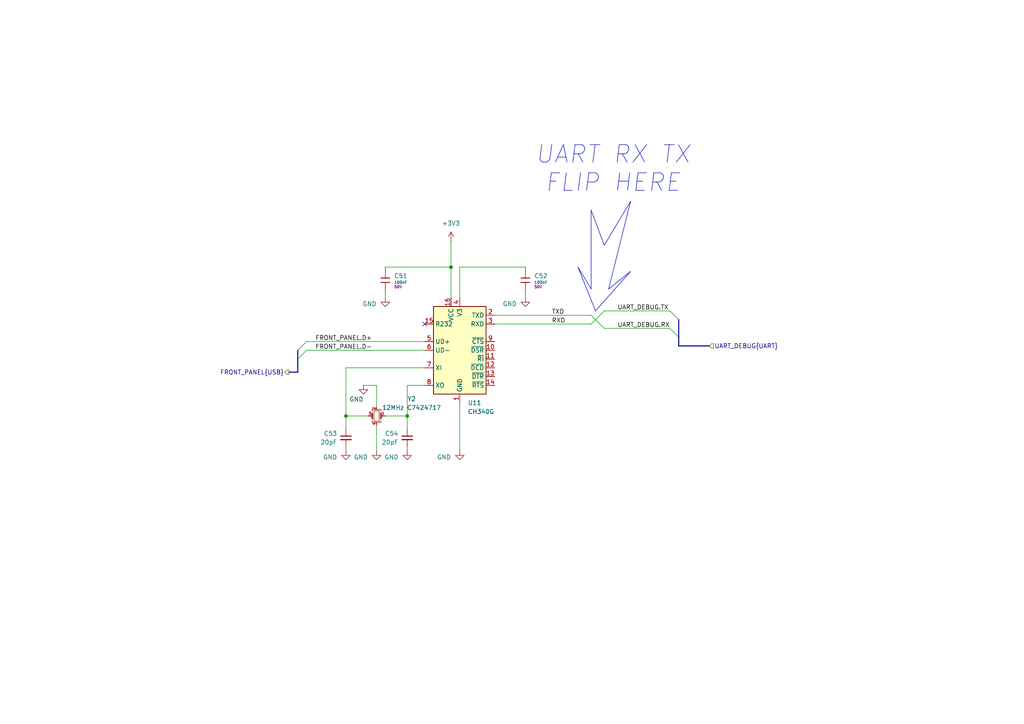
<source format=kicad_sch>
(kicad_sch (version 20231120) (generator "eeschema") (generator_version "8.0")
  (paper "A4")
  (title_block (date "2025-02-10") (rev "A") (company "ModuCard System"))
  (lib_symbols
    (symbol "Device:C_Small" (pin_numbers hide) (pin_names (offset 0.254) hide)
      (property "Reference" "C" (at 0.254 1.778 0))
      (property "Value" "C_Small" (at 0.254 -2.032 0))
      (symbol "C_Small_0_1"
        (polyline (pts (xy -1.524 -0.508) (xy 1.524 -0.508)) (stroke (width 0.3302)))
        (polyline (pts (xy -1.524 0.508) (xy 1.524 0.508)) (stroke (width 0.3048)))
      )
      (symbol "C_Small_1_1"
        (pin passive line (at 0 2.54 270) (length 2.032) (name "~") (number "1"))
        (pin passive line (at 0 -2.54 90) (length 2.032) (name "~") (number "2"))
      )
    )
    (symbol "Device:Crystal_GND24_Small" (pin_names (offset 1.016) hide)
      (property "Reference" "Y" (at 1.27 4.445 0))
      (property "Value" "Crystal_GND24_Small" (at 1.27 2.54 0))
      (symbol "Crystal_GND24_Small_0_1"
        (rectangle (start -0.762 -1.524) (end 0.762 1.524))
        (polyline (pts (xy -1.27 -0.762) (xy -1.27 0.762)) (stroke (width 0.381)))
        (polyline (pts (xy 1.27 -0.762) (xy 1.27 0.762)) (stroke (width 0.381)))
        (polyline (pts (xy -1.27 -1.27) (xy -1.27 -1.905) (xy 1.27 -1.905) (xy 1.27 -1.27)))
        (polyline (pts (xy -1.27 1.27) (xy -1.27 1.905) (xy 1.27 1.905) (xy 1.27 1.27)))
      )
      (symbol "Crystal_GND24_Small_1_1"
        (pin passive line (at -2.54 0 0) (length 1.27) (name "1") (number "1"))
        (pin passive line (at 0 -2.54 90) (length 0.635) (name "2") (number "2"))
        (pin passive line (at 2.54 0 180) (length 1.27) (name "3") (number "3"))
        (pin passive line (at 0 2.54 270) (length 0.635) (name "4") (number "4"))
      )
    )
    (symbol "Interface_USB:CH340G"
      (property "Reference" "U" (at -5.08 13.97 0))
      (property "Value" "CH340G" (at 1.27 13.97 0))
      (symbol "CH340G_0_1"
        (rectangle (start -7.62 12.7) (end 7.62 -12.7) (stroke (width 0.254)) (fill (type background)))
      )
      (symbol "CH340G_1_1"
        (pin power_in line (at 0 -15.24 90) (length 2.54) (name "GND") (number "1"))
        (pin input line (at 10.16 0 180) (length 2.54) (name "~{DSR}") (number "10"))
        (pin input line (at 10.16 -2.54 180) (length 2.54) (name "~{RI}") (number "11"))
        (pin input line (at 10.16 -5.08 180) (length 2.54) (name "~{DCD}") (number "12"))
        (pin output line (at 10.16 -7.62 180) (length 2.54) (name "~{DTR}") (number "13"))
        (pin output line (at 10.16 -10.16 180) (length 2.54) (name "~{RTS}") (number "14"))
        (pin input line (at -10.16 7.62 0) (length 2.54) (name "R232") (number "15"))
        (pin power_in line (at -2.54 15.24 270) (length 2.54) (name "VCC") (number "16"))
        (pin output line (at 10.16 10.16 180) (length 2.54) (name "TXD") (number "2"))
        (pin input line (at 10.16 7.62 180) (length 2.54) (name "RXD") (number "3"))
        (pin power_out line (at 0 15.24 270) (length 2.54) (name "V3") (number "4"))
        (pin bidirectional line (at -10.16 2.54 0) (length 2.54) (name "UD+") (number "5"))
        (pin bidirectional line (at -10.16 0 0) (length 2.54) (name "UD-") (number "6"))
        (pin input line (at -10.16 -5.08 0) (length 2.54) (name "XI") (number "7"))
        (pin output line (at -10.16 -10.16 0) (length 2.54) (name "XO") (number "8"))
        (pin input line (at 10.16 2.54 180) (length 2.54) (name "~{CTS}") (number "9"))
      )
    )
    (symbol "PCM_JLCPCB-Capacitors:0402,100nF,(2)" (pin_numbers hide) (pin_names (offset 0))
      (property "Reference" "C" (at 2.032 1.668 0))
      (property "Value" "100nF" (at 2.032 -0.3782 0))
      (property "Voltage Rated" "50V" (at 2.032 -2.0462 0))
      (symbol "0402,100nF,(2)_0_1"
        (polyline (pts (xy -1.27 -0.635) (xy 1.27 -0.635)) (stroke (width 0.254)))
        (polyline (pts (xy -1.27 0.635) (xy 1.27 0.635)) (stroke (width 0.254)))
      )
      (symbol "0402,100nF,(2)_1_1"
        (pin passive line (at 0 3.81 270) (length 3.175) (name "~") (number "1"))
        (pin passive line (at 0 -3.81 90) (length 3.175) (name "~") (number "2"))
      )
    )
    (symbol "power:+3V3" (power) (pin_numbers hide) (pin_names (offset 0) hide)
      (property "Value" "+3V3" (at 0 3.556 0))
      (symbol "+3V3_0_1"
        (polyline (pts (xy -0.762 1.27) (xy 0 2.54)))
        (polyline (pts (xy 0 0) (xy 0 2.54)))
        (polyline (pts (xy 0 2.54) (xy 0.762 1.27)))
      )
      (symbol "+3V3_1_1"
        (pin power_in line (at 0 0 90) (length 0) (name "~") (number "1"))
      )
    )
    (symbol "power:GND" (power) (pin_numbers hide) (pin_names (offset 0) hide)
      (property "Value" "GND" (at 0 -3.81 0))
      (symbol "GND_0_1"
        (polyline (pts (xy 0 0) (xy 0 -1.27) (xy 1.27 -1.27) (xy 0 -2.54) (xy -1.27 -1.27) (xy 0 -1.27)))
      )
      (symbol "GND_1_1"
        (pin power_in line (at 0 0 270) (length 0) (name "~") (number "1"))
      )
    )
  )
  (junction (at 130.81 77.47))
  (junction (at 100.33 120.65))
  (junction (at 118.11 120.65))
  (no_connect (at 123.19 93.98))
  (bus_entry (at 86.36 104.14) (size 2.54 -2.54))
  (bus_entry (at 196.85 92.71) (size -2.54 -2.54))
  (bus_entry (at 86.36 101.6) (size 2.54 -2.54))
  (bus_entry (at 196.85 97.79) (size -2.54 -2.54))
  (bus (pts (xy 196.85 100.33) (xy 196.85 97.79)))
  (wire (pts (xy 100.33 120.65) (xy 106.68 120.65)))
  (wire (pts (xy 133.35 116.84) (xy 133.35 130.81)))
  (wire (pts (xy 111.76 85.09) (xy 111.76 86.36)))
  (wire (pts (xy 111.76 120.65) (xy 118.11 120.65)))
  (wire (pts (xy 109.22 111.76) (xy 105.41 111.76)))
  (polyline (pts (xy 167.64 77.47) (xy 171.45 83.82)))
  (bus (pts (xy 86.36 101.6) (xy 86.36 104.14)))
  (wire (pts (xy 100.33 106.68) (xy 100.33 120.65)))
  (wire (pts (xy 143.51 93.98) (xy 171.45 93.98)))
  (wire (pts (xy 130.81 77.47) (xy 130.81 86.36)))
  (wire (pts (xy 175.26 90.17) (xy 194.31 90.17)))
  (bus (pts (xy 86.36 107.95) (xy 86.36 104.14)))
  (wire (pts (xy 118.11 120.65) (xy 118.11 124.46)))
  (wire (pts (xy 123.19 106.68) (xy 100.33 106.68)))
  (bus (pts (xy 196.85 92.71) (xy 196.85 97.79)))
  (polyline (pts (xy 182.88 78.74) (xy 172.72 90.17)))
  (wire (pts (xy 118.11 129.54) (xy 118.11 130.81)))
  (wire (pts (xy 118.11 111.76) (xy 123.19 111.76)))
  (wire (pts (xy 133.35 77.47) (xy 133.35 86.36)))
  (wire (pts (xy 143.51 91.44) (xy 171.45 91.44)))
  (polyline (pts (xy 181.61 63.5) (xy 182.88 58.42)))
  (bus (pts (xy 83.82 107.95) (xy 86.36 107.95)))
  (bus (pts (xy 205.74 100.33) (xy 196.85 100.33)))
  (wire (pts (xy 88.9 99.06) (xy 123.19 99.06)))
  (wire (pts (xy 175.26 95.25) (xy 194.31 95.25)))
  (wire (pts (xy 175.26 90.17) (xy 171.45 93.98)))
  (wire (pts (xy 100.33 120.65) (xy 100.33 124.46)))
  (polyline (pts (xy 176.53 83.82) (xy 182.88 78.74)))
  (wire (pts (xy 88.9 101.6) (xy 123.19 101.6)))
  (wire (pts (xy 152.4 85.09) (xy 152.4 86.36)))
  (polyline (pts (xy 175.26 71.12) (xy 182.88 58.42)))
  (wire (pts (xy 175.26 95.25) (xy 171.45 91.44)))
  (wire (pts (xy 109.22 123.19) (xy 109.22 130.81)))
  (wire (pts (xy 111.76 77.47) (xy 130.81 77.47)))
  (wire (pts (xy 152.4 77.47) (xy 133.35 77.47)))
  (wire (pts (xy 100.33 129.54) (xy 100.33 130.81)))
  (wire (pts (xy 130.81 69.85) (xy 130.81 77.47)))
  (wire (pts (xy 109.22 111.76) (xy 109.22 118.11)))
  (polyline (pts (xy 181.61 63.5) (xy 176.53 83.82)))
  (polyline (pts (xy 171.45 83.82) (xy 171.45 60.96)))
  (polyline (pts (xy 172.72 90.17) (xy 167.64 77.47)))
  (wire (pts (xy 118.11 120.65) (xy 118.11 111.76)))
  (polyline (pts (xy 171.45 60.96) (xy 175.26 71.12)))
  (text "UART RX TX\nFLIP HERE" (at 177.8 49.022 0) (effects (font (size 5.08 5.08) (italic yes))))
  (label "TXD" (at 160.02 91.44 0))
  (label "RXD" (at 160.02 93.98 0))
  (label "UART_DEBUG.RX" (at 179.07 95.25 0))
  (label "FRONT_PANEL.D-" (at 91.44 101.6 0))
  (label "FRONT_PANEL.D+" (at 91.44 99.06 0))
  (label "UART_DEBUG.TX" (at 179.07 90.17 0))
  (hierarchical_label "UART_DEBUG{UART}" (shape input) (at 205.74 100.33 0))
  (hierarchical_label "FRONT_PANEL{USB}" (shape output) (at 83.82 107.95 180))
  (symbol (lib_id "Device:C_Small") (at 118.11 127 0) (mirror y) (unit 1)
    (property "Reference" "C54" (at 115.57 125.7362 0) (effects (justify left)))
    (property "Value" "20pF" (at 115.57 128.2762 0) (effects (justify left)))
    (property "Footprint" "Capacitor_SMD:C_0402_1005Metric" (effects (hide yes)))
    (property "Description" "Unpolarized capacitor, small symbol" (effects (hide yes)))
  )
  (symbol (lib_id "Device:Crystal_GND24_Small") (at 109.22 120.65 180) (unit 1)
    (property "Reference" "Y2" (at 119.38 115.6969 0))
    (property "Value" "12MHz C7424717" (at 119.38 118.2369 0))
    (property "Footprint" "Crystal:Crystal_SMD_3225-4Pin_3.2x2.5mm" (effects (hide yes)))
    (property "Description" "Four pin crystal, GND on pins 2 and 4, small symbol" (effects (hide yes)))
  )
  (symbol (lib_id "Device:C_Small") (at 100.33 127 0) (mirror y) (unit 1)
    (property "Reference" "C53" (at 97.79 125.7362 0) (effects (justify left)))
    (property "Value" "20pF" (at 97.79 128.2762 0) (effects (justify left)))
    (property "Footprint" "Capacitor_SMD:C_0402_1005Metric" (effects (hide yes)))
    (property "Description" "Unpolarized capacitor, small symbol" (effects (hide yes)))
  )
  (symbol (lib_id "power:GND") (at 105.41 111.76 0) (mirror y) (unit 1)
    (property "Reference" "#PWR0107" (effects (hide yes)))
    (property "Value" "GND" (at 103.378 115.824 0))
    (property "Description" "Power symbol creates a global label with name \"GND\" , ground" (effects (hide yes)))
  )
  (symbol (lib_id "power:+3V3") (at 130.81 69.85 0) (unit 1)
    (property "Reference" "#PWR0104" (effects (hide yes)))
    (property "Value" "+3V3" (at 130.81 64.77 0))
    (property "Description" "Power symbol creates a global label with name \"+3V3\"" (effects (hide yes)))
  )
  (symbol (lib_id "PCM_JLCPCB-Capacitors:0402,100nF,(2)") (at 152.4 81.28 0) (unit 1)
    (property "Reference" "C52" (at 154.94 80.01 0) (effects (justify left)))
    (property "Value" "100nF" (at 154.94 81.915 0) (effects (font (size 0.8 0.8)) (justify left)))
    (property "Footprint" "PCM_JLCPCB:C_0402" (effects (hide yes)))
    (property "Datasheet" "https://www.lcsc.com/datasheet/lcsc_datasheet_2304140030_Samsung-Electro-Mechanics-CL05B104KB54PNC_C307331.pdf" (effects (hide yes)))
    (property "Description" "50V 100nF X7R ±10% 0402 Multilayer Ceramic Capacitors MLCC - SMD/SMT ROHS" (effects (hide yes)))
    (property "LCSC" "C307331" (effects (hide yes)))
    (property "Stock" "5358037" (effects (hide yes)))
    (property "Price" "0.008USD" (effects (hide yes)))
    (property "Process" "SMT" (effects (hide yes)))
    (property "Minimum Qty" "20" (effects (hide yes)))
    (property "Attrition Qty" "10" (effects (hide yes)))
    (property "Class" "Basic Component" (effects (hide yes)))
    (property "Category" "Capacitors,Multilayer Ceramic Capacitors MLCC - SMD/SMT" (effects (hide yes)))
    (property "Manufacturer" "Samsung Electro-Mechanics" (effects (hide yes)))
    (property "Part" "CL05B104KB54PNC" (effects (hide yes)))
    (property "Voltage Rated" "50V" (at 154.94 83.185 0) (effects (font (size 0.8 0.8)) (justify left)))
    (property "Tolerance" "±10%" (effects (hide yes)))
    (property "Capacitance" "100nF" (effects (hide yes)))
    (property "Temperature Coefficient" "X7R" (effects (hide yes)))
  )
  (symbol (lib_id "power:GND") (at 133.35 130.81 0) (mirror y) (unit 1)
    (property "Reference" "#PWR0111" (effects (hide yes)))
    (property "Value" "GND" (at 128.778 132.588 0))
    (property "Description" "Power symbol creates a global label with name \"GND\" , ground" (effects (hide yes)))
  )
  (symbol (lib_id "power:GND") (at 111.76 86.36 0) (mirror y) (unit 1)
    (property "Reference" "#PWR0105" (effects (hide yes)))
    (property "Value" "GND" (at 107.188 88.138 0))
    (property "Description" "Power symbol creates a global label with name \"GND\" , ground" (effects (hide yes)))
  )
  (symbol (lib_id "PCM_JLCPCB-Capacitors:0402,100nF,(2)") (at 111.76 81.28 0) (unit 1)
    (property "Reference" "C51" (at 114.3 80.01 0) (effects (justify left)))
    (property "Value" "100nF" (at 114.3 81.915 0) (effects (font (size 0.8 0.8)) (justify left)))
    (property "Footprint" "PCM_JLCPCB:C_0402" (effects (hide yes)))
    (property "Datasheet" "https://www.lcsc.com/datasheet/lcsc_datasheet_2304140030_Samsung-Electro-Mechanics-CL05B104KB54PNC_C307331.pdf" (effects (hide yes)))
    (property "Description" "50V 100nF X7R ±10% 0402 Multilayer Ceramic Capacitors MLCC - SMD/SMT ROHS" (effects (hide yes)))
    (property "LCSC" "C307331" (effects (hide yes)))
    (property "Stock" "5358037" (effects (hide yes)))
    (property "Price" "0.008USD" (effects (hide yes)))
    (property "Process" "SMT" (effects (hide yes)))
    (property "Minimum Qty" "20" (effects (hide yes)))
    (property "Attrition Qty" "10" (effects (hide yes)))
    (property "Class" "Basic Component" (effects (hide yes)))
    (property "Category" "Capacitors,Multilayer Ceramic Capacitors MLCC - SMD/SMT" (effects (hide yes)))
    (property "Manufacturer" "Samsung Electro-Mechanics" (effects (hide yes)))
    (property "Part" "CL05B104KB54PNC" (effects (hide yes)))
    (property "Voltage Rated" "50V" (at 114.3 83.185 0) (effects (font (size 0.8 0.8)) (justify left)))
    (property "Tolerance" "±10%" (effects (hide yes)))
    (property "Capacitance" "100nF" (effects (hide yes)))
    (property "Temperature Coefficient" "X7R" (effects (hide yes)))
  )
  (symbol (lib_id "power:GND") (at 109.22 130.81 0) (mirror y) (unit 1)
    (property "Reference" "#PWR0109" (effects (hide yes)))
    (property "Value" "GND" (at 104.648 132.588 0))
    (property "Description" "Power symbol creates a global label with name \"GND\" , ground" (effects (hide yes)))
  )
  (symbol (lib_id "power:GND") (at 118.11 130.81 0) (mirror y) (unit 1)
    (property "Reference" "#PWR0110" (effects (hide yes)))
    (property "Value" "GND" (at 113.538 132.588 0))
    (property "Description" "Power symbol creates a global label with name \"GND\" , ground" (effects (hide yes)))
  )
  (symbol (lib_id "Interface_USB:CH340G") (at 133.35 101.6 0) (unit 1)
    (property "Reference" "U11" (at 135.6734 116.84 0) (effects (justify left)))
    (property "Value" "CH340G" (at 135.6734 119.38 0) (effects (justify left)))
    (property "Footprint" "Package_SO:SOIC-16_3.9x9.9mm_P1.27mm" (effects (hide yes)))
    (property "Datasheet" "http://www.datasheet5.com/pdf-local-2195953" (effects (hide yes)))
    (property "Description" "USB serial converter, UART, SOIC-16" (effects (hide yes)))
  )
  (symbol (lib_id "power:GND") (at 152.4 86.36 0) (mirror y) (unit 1)
    (property "Reference" "#PWR0106" (effects (hide yes)))
    (property "Value" "GND" (at 147.828 88.138 0))
    (property "Description" "Power symbol creates a global label with name \"GND\" , ground" (effects (hide yes)))
  )
  (symbol (lib_id "power:GND") (at 100.33 130.81 0) (mirror y) (unit 1)
    (property "Reference" "#PWR0108" (effects (hide yes)))
    (property "Value" "GND" (at 95.758 132.588 0))
    (property "Description" "Power symbol creates a global label with name \"GND\" , ground" (effects (hide yes)))
  )
)
</source>
